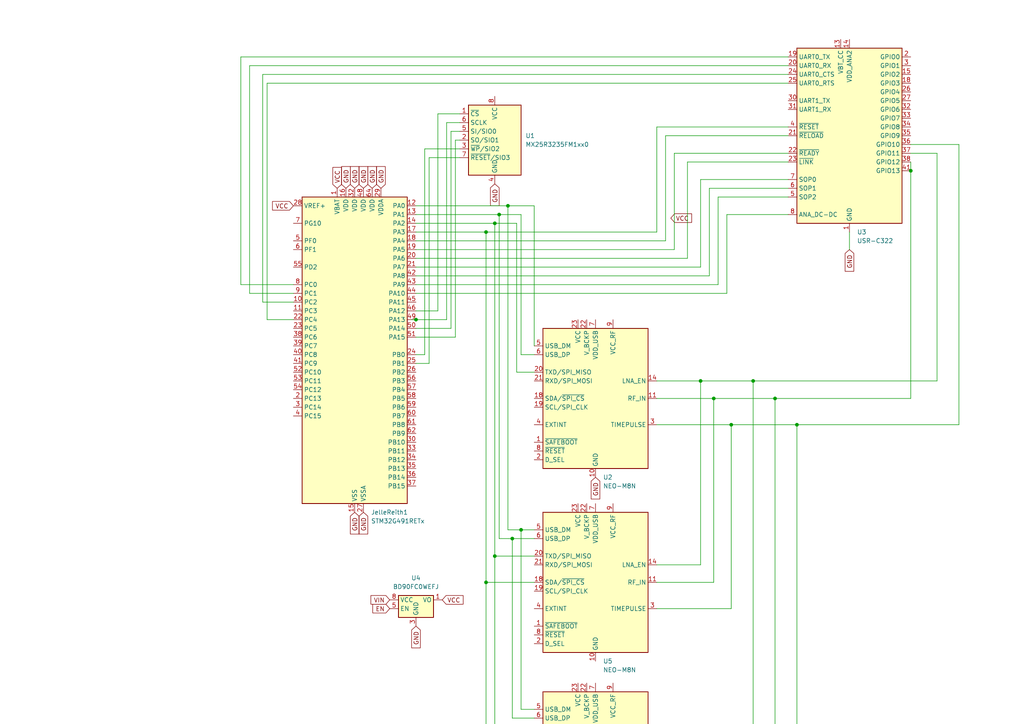
<source format=kicad_sch>
(kicad_sch (version 20230121) (generator eeschema)
  (paper "A4")
  (lib_symbols
    (symbol "MCU_ST_STM32G4:STM32G491RETx"
      (property "Reference" "U" (at -15.24 46.99 0))
      (property "Value" "STM32G491RETx" (at 10.16 46.99 0))
      (symbol "STM32G491RETx_0_1"
        (rectangle (start -15.24 -43.18) (end 15.24 45.72) (stroke (width 0.254)) (fill (type background)))
      )
      (symbol "STM32G491RETx_1_1"
        (pin power_in line (at -5.08 48.26 270) (length 2.54) (name "VBAT") (number "1"))
        (pin bidirectional line (at -17.78 15.24 0) (length 2.54) (name "PC2") (number "10"))
        (pin bidirectional line (at -17.78 12.7 0) (length 2.54) (name "PC3") (number "11"))
        (pin bidirectional line (at 17.78 43.18 180) (length 2.54) (name "PA0") (number "12"))
        (pin bidirectional line (at 17.78 40.64 180) (length 2.54) (name "PA1") (number "13"))
        (pin bidirectional line (at 17.78 38.1 180) (length 2.54) (name "PA2") (number "14"))
        (pin power_in line (at 0 -45.72 90) (length 2.54) (name "VSS") (number "15"))
        (pin power_in line (at -2.54 48.26 270) (length 2.54) (name "VDD") (number "16"))
        (pin bidirectional line (at 17.78 35.56 180) (length 2.54) (name "PA3") (number "17"))
        (pin bidirectional line (at 17.78 33.02 180) (length 2.54) (name "PA4") (number "18"))
        (pin bidirectional line (at 17.78 30.48 180) (length 2.54) (name "PA5") (number "19"))
        (pin bidirectional line (at -17.78 -12.7 0) (length 2.54) (name "PC13") (number "2"))
        (pin bidirectional line (at 17.78 27.94 180) (length 2.54) (name "PA6") (number "20"))
        (pin bidirectional line (at 17.78 25.4 180) (length 2.54) (name "PA7") (number "21"))
        (pin bidirectional line (at -17.78 10.16 0) (length 2.54) (name "PC4") (number "22"))
        (pin bidirectional line (at -17.78 7.62 0) (length 2.54) (name "PC5") (number "23"))
        (pin bidirectional line (at 17.78 0 180) (length 2.54) (name "PB0") (number "24"))
        (pin bidirectional line (at 17.78 -2.54 180) (length 2.54) (name "PB1") (number "25"))
        (pin bidirectional line (at 17.78 -5.08 180) (length 2.54) (name "PB2") (number "26"))
        (pin power_in line (at 2.54 -45.72 90) (length 2.54) (name "VSSA") (number "27"))
        (pin input line (at -17.78 43.18 0) (length 2.54) (name "VREF+") (number "28"))
        (pin power_in line (at 7.62 48.26 270) (length 2.54) (name "VDDA") (number "29"))
        (pin bidirectional line (at -17.78 -15.24 0) (length 2.54) (name "PC14") (number "3"))
        (pin bidirectional line (at 17.78 -25.4 180) (length 2.54) (name "PB10") (number "30"))
        (pin passive line (at 0 -45.72 90) (length 2.54) hide (name "VSS") (number "31"))
        (pin power_in line (at 0 48.26 270) (length 2.54) (name "VDD") (number "32"))
        (pin bidirectional line (at 17.78 -27.94 180) (length 2.54) (name "PB11") (number "33"))
        (pin bidirectional line (at 17.78 -30.48 180) (length 2.54) (name "PB12") (number "34"))
        (pin bidirectional line (at 17.78 -33.02 180) (length 2.54) (name "PB13") (number "35"))
        (pin bidirectional line (at 17.78 -35.56 180) (length 2.54) (name "PB14") (number "36"))
        (pin bidirectional line (at 17.78 -38.1 180) (length 2.54) (name "PB15") (number "37"))
        (pin bidirectional line (at -17.78 5.08 0) (length 2.54) (name "PC6") (number "38"))
        (pin bidirectional line (at -17.78 2.54 0) (length 2.54) (name "PC7") (number "39"))
        (pin bidirectional line (at -17.78 -17.78 0) (length 2.54) (name "PC15") (number "4"))
        (pin bidirectional line (at -17.78 0 0) (length 2.54) (name "PC8") (number "40"))
        (pin bidirectional line (at -17.78 -2.54 0) (length 2.54) (name "PC9") (number "41"))
        (pin bidirectional line (at 17.78 22.86 180) (length 2.54) (name "PA8") (number "42"))
        (pin bidirectional line (at 17.78 20.32 180) (length 2.54) (name "PA9") (number "43"))
        (pin bidirectional line (at 17.78 17.78 180) (length 2.54) (name "PA10") (number "44"))
        (pin bidirectional line (at 17.78 15.24 180) (length 2.54) (name "PA11") (number "45"))
        (pin bidirectional line (at 17.78 12.7 180) (length 2.54) (name "PA12") (number "46"))
        (pin passive line (at 0 -45.72 90) (length 2.54) hide (name "VSS") (number "47"))
        (pin power_in line (at 2.54 48.26 270) (length 2.54) (name "VDD") (number "48"))
        (pin bidirectional line (at 17.78 10.16 180) (length 2.54) (name "PA13") (number "49"))
        (pin bidirectional line (at -17.78 33.02 0) (length 2.54) (name "PF0") (number "5"))
        (pin bidirectional line (at 17.78 7.62 180) (length 2.54) (name "PA14") (number "50"))
        (pin bidirectional line (at 17.78 5.08 180) (length 2.54) (name "PA15") (number "51"))
        (pin bidirectional line (at -17.78 -5.08 0) (length 2.54) (name "PC10") (number "52"))
        (pin bidirectional line (at -17.78 -7.62 0) (length 2.54) (name "PC11") (number "53"))
        (pin bidirectional line (at -17.78 -10.16 0) (length 2.54) (name "PC12") (number "54"))
        (pin bidirectional line (at -17.78 25.4 0) (length 2.54) (name "PD2") (number "55"))
        (pin bidirectional line (at 17.78 -7.62 180) (length 2.54) (name "PB3") (number "56"))
        (pin bidirectional line (at 17.78 -10.16 180) (length 2.54) (name "PB4") (number "57"))
        (pin bidirectional line (at 17.78 -12.7 180) (length 2.54) (name "PB5") (number "58"))
        (pin bidirectional line (at 17.78 -15.24 180) (length 2.54) (name "PB6") (number "59"))
        (pin bidirectional line (at -17.78 30.48 0) (length 2.54) (name "PF1") (number "6"))
        (pin bidirectional line (at 17.78 -17.78 180) (length 2.54) (name "PB7") (number "60"))
        (pin bidirectional line (at 17.78 -20.32 180) (length 2.54) (name "PB8") (number "61"))
        (pin bidirectional line (at 17.78 -22.86 180) (length 2.54) (name "PB9") (number "62"))
        (pin passive line (at 0 -45.72 90) (length 2.54) hide (name "VSS") (number "63"))
        (pin power_in line (at 5.08 48.26 270) (length 2.54) (name "VDD") (number "64"))
        (pin bidirectional line (at -17.78 38.1 0) (length 2.54) (name "PG10") (number "7"))
        (pin bidirectional line (at -17.78 20.32 0) (length 2.54) (name "PC0") (number "8"))
        (pin bidirectional line (at -17.78 17.78 0) (length 2.54) (name "PC1") (number "9"))
      )
    )
    (symbol "Memory_Flash:MX25R3235FM1xx0"
      (property "Reference" "U" (at -6.35 11.43 0))
      (property "Value" "MX25R3235FM1xx0" (at 10.16 11.43 0))
      (symbol "MX25R3235FM1xx0_0_1"
        (rectangle (start -7.62 10.16) (end 7.62 -10.16) (stroke (width 0.254)) (fill (type background)))
      )
      (symbol "MX25R3235FM1xx0_1_1"
        (pin input line (at -10.16 7.62 0) (length 2.54) (name "~{CS}") (number "1"))
        (pin bidirectional line (at -10.16 0 0) (length 2.54) (name "SO/SIO1") (number "2"))
        (pin bidirectional line (at -10.16 -2.54 0) (length 2.54) (name "~{WP}/SIO2") (number "3"))
        (pin power_in line (at 0 -12.7 90) (length 2.54) (name "GND") (number "4"))
        (pin bidirectional line (at -10.16 2.54 0) (length 2.54) (name "SI/SIO0") (number "5"))
        (pin input line (at -10.16 5.08 0) (length 2.54) (name "SCLK") (number "6"))
        (pin bidirectional line (at -10.16 -5.08 0) (length 2.54) (name "~{RESET}/SIO3") (number "7"))
        (pin power_in line (at 0 12.7 270) (length 2.54) (name "VCC") (number "8"))
      )
    )
    (symbol "RF_GPS:NEO-M8N"
      (property "Reference" "U" (at -13.97 21.59 0))
      (property "Value" "NEO-M8N" (at 11.43 21.59 0))
      (symbol "NEO-M8N_0_1"
        (rectangle (start -15.24 20.32) (end 15.24 -20.32) (stroke (width 0.254)) (fill (type background)))
      )
      (symbol "NEO-M8N_1_1"
        (pin input line (at -17.78 -12.7 0) (length 2.54) (name "~{SAFEBOOT}") (number "1"))
        (pin power_in line (at 0 -22.86 90) (length 2.54) (name "GND") (number "10"))
        (pin input line (at 17.78 0 180) (length 2.54) (name "RF_IN") (number "11"))
        (pin passive line (at 0 -22.86 90) (length 2.54) hide (name "GND") (number "12"))
        (pin passive line (at 0 -22.86 90) (length 2.54) hide (name "GND") (number "13"))
        (pin output line (at 17.78 5.08 180) (length 2.54) (name "LNA_EN") (number "14"))
        (pin no_connect line (at 15.24 -10.16 180) (length 2.54) hide (name "RESERVED") (number "15"))
        (pin no_connect line (at 15.24 -12.7 180) (length 2.54) hide (name "RESERVED") (number "16"))
        (pin no_connect line (at 15.24 -15.24 180) (length 2.54) hide (name "RESERVED") (number "17"))
        (pin bidirectional line (at -17.78 0 0) (length 2.54) (name "SDA/~{SPI_CS}") (number "18"))
        (pin input line (at -17.78 -2.54 0) (length 2.54) (name "SCL/SPI_CLK") (number "19"))
        (pin input line (at -17.78 -17.78 0) (length 2.54) (name "D_SEL") (number "2"))
        (pin output line (at -17.78 7.62 0) (length 2.54) (name "TXD/SPI_MISO") (number "20"))
        (pin input line (at -17.78 5.08 0) (length 2.54) (name "RXD/SPI_MOSI") (number "21"))
        (pin power_in line (at -2.54 22.86 270) (length 2.54) (name "V_BCKP") (number "22"))
        (pin power_in line (at -5.08 22.86 270) (length 2.54) (name "VCC") (number "23"))
        (pin passive line (at 0 -22.86 90) (length 2.54) hide (name "GND") (number "24"))
        (pin output line (at 17.78 -7.62 180) (length 2.54) (name "TIMEPULSE") (number "3"))
        (pin input line (at -17.78 -7.62 0) (length 2.54) (name "EXTINT") (number "4"))
        (pin bidirectional line (at -17.78 15.24 0) (length 2.54) (name "USB_DM") (number "5"))
        (pin bidirectional line (at -17.78 12.7 0) (length 2.54) (name "USB_DP") (number "6"))
        (pin power_in line (at 0 22.86 270) (length 2.54) (name "VDD_USB") (number "7"))
        (pin input line (at -17.78 -15.24 0) (length 2.54) (name "~{RESET}") (number "8"))
        (pin power_out line (at 5.08 22.86 270) (length 2.54) (name "VCC_RF") (number "9"))
      )
    )
    (symbol "RF_WiFi:USR-C322"
      (property "Reference" "U" (at -15.24 27.94 0))
      (property "Value" "USR-C322" (at 10.16 27.94 0))
      (symbol "USR-C322_1_1"
        (rectangle (start -15.24 25.4) (end 15.24 -25.4) (stroke (width 0.254)) (fill (type background)))
        (pin power_in line (at 0 -27.94 90) (length 2.54) (name "GND") (number "1"))
        (pin no_connect line (at 15.24 -15.24 180) (length 2.54) hide (name "NC") (number "10"))
        (pin passive line (at 0 -27.94 90) (length 2.54) hide (name "GND") (number "11"))
        (pin passive line (at 0 -27.94 90) (length 2.54) hide (name "GND") (number "12"))
        (pin power_in line (at -2.54 27.94 270) (length 2.54) (name "VBT_CC") (number "13"))
        (pin power_in line (at 0 27.94 270) (length 2.54) (name "VDD_ANA2") (number "14"))
        (pin bidirectional line (at 17.78 17.78 180) (length 2.54) (name "GPIO2") (number "15"))
        (pin no_connect line (at 15.24 -17.78 180) (length 2.54) hide (name "NC") (number "16"))
        (pin passive line (at 0 -27.94 90) (length 2.54) hide (name "GND") (number "17"))
        (pin bidirectional line (at 17.78 15.24 180) (length 2.54) (name "GPIO3") (number "18"))
        (pin output line (at -17.78 22.86 0) (length 2.54) (name "UART0_TX") (number "19"))
        (pin bidirectional line (at 17.78 22.86 180) (length 2.54) (name "GPIO0") (number "2"))
        (pin input line (at -17.78 20.32 0) (length 2.54) (name "UART0_RX") (number "20"))
        (pin input line (at -17.78 0 0) (length 2.54) (name "~{RELOAD}") (number "21"))
        (pin open_collector line (at -17.78 -5.08 0) (length 2.54) (name "~{READY}") (number "22"))
        (pin open_collector line (at -17.78 -7.62 0) (length 2.54) (name "~{LINK}") (number "23"))
        (pin input line (at -17.78 17.78 0) (length 2.54) (name "UART0_CTS") (number "24"))
        (pin output line (at -17.78 15.24 0) (length 2.54) (name "UART0_RTS") (number "25"))
        (pin bidirectional line (at 17.78 12.7 180) (length 2.54) (name "GPIO4") (number "26"))
        (pin bidirectional line (at 17.78 10.16 180) (length 2.54) (name "GPIO5") (number "27"))
        (pin passive line (at 0 -27.94 90) (length 2.54) hide (name "GND") (number "28"))
        (pin passive line (at 0 -27.94 90) (length 2.54) hide (name "GND") (number "29"))
        (pin bidirectional line (at 17.78 20.32 180) (length 2.54) (name "GPIO1") (number "3"))
        (pin output line (at -17.78 10.16 0) (length 2.54) (name "UART1_TX") (number "30"))
        (pin input line (at -17.78 7.62 0) (length 2.54) (name "UART1_RX") (number "31"))
        (pin bidirectional line (at 17.78 7.62 180) (length 2.54) (name "GPIO6") (number "32"))
        (pin bidirectional line (at 17.78 5.08 180) (length 2.54) (name "GPIO7") (number "33"))
        (pin bidirectional line (at 17.78 2.54 180) (length 2.54) (name "GPIO8") (number "34"))
        (pin bidirectional line (at 17.78 0 180) (length 2.54) (name "GPIO9") (number "35"))
        (pin bidirectional line (at 17.78 -2.54 180) (length 2.54) (name "GPIO10") (number "36"))
        (pin bidirectional line (at 17.78 -5.08 180) (length 2.54) (name "GPIO11") (number "37"))
        (pin bidirectional line (at 17.78 -7.62 180) (length 2.54) (name "GPIO12") (number "38"))
        (pin no_connect line (at 15.24 -20.32 180) (length 2.54) hide (name "NC") (number "39"))
        (pin input line (at -17.78 2.54 0) (length 2.54) (name "~{RESET}") (number "4"))
        (pin no_connect line (at 15.24 -22.86 180) (length 2.54) hide (name "NC") (number "40"))
        (pin bidirectional line (at 17.78 -10.16 180) (length 2.54) (name "GPIO13") (number "41"))
        (pin no_connect line (at 7.62 -25.4 90) (length 2.54) hide (name "NC") (number "42"))
        (pin no_connect line (at 5.08 -25.4 90) (length 2.54) hide (name "NC") (number "43"))
        (pin passive line (at 0 -27.94 90) (length 2.54) hide (name "GND") (number "44"))
        (pin passive line (at -17.78 -17.78 0) (length 2.54) (name "SOP2") (number "5"))
        (pin passive line (at -17.78 -15.24 0) (length 2.54) (name "SOP1") (number "6"))
        (pin passive line (at -17.78 -12.7 0) (length 2.54) (name "SOP0") (number "7"))
        (pin passive line (at -17.78 -22.86 0) (length 2.54) (name "ANA_DC-DC") (number "8"))
        (pin no_connect line (at 15.24 -12.7 180) (length 2.54) hide (name "NC") (number "9"))
      )
    )
    (symbol "Regulator_Linear:BD90FC0WEFJ"
      (property "Reference" "U" (at 0 7.62 0))
      (property "Value" "BD90FC0WEFJ" (at 0 5.08 0))
      (symbol "BD90FC0WEFJ_1_1"
        (rectangle (start -5.08 -5.08) (end 5.08 1.27) (stroke (width 0.254)) (fill (type background)))
        (pin power_out line (at 7.62 0 180) (length 2.54) (name "VO") (number "1"))
        (pin no_connect line (at 5.08 -2.54 180) (length 2.54) hide (name "NC") (number "2"))
        (pin power_in line (at 0 -7.62 90) (length 2.54) (name "GND") (number "3"))
        (pin no_connect line (at -3.81 -5.08 90) (length 2.54) hide (name "NC") (number "4"))
        (pin input line (at -7.62 -2.54 0) (length 2.54) (name "EN") (number "5"))
        (pin no_connect line (at -2.54 -5.08 90) (length 2.54) hide (name "NC") (number "6"))
        (pin no_connect line (at -1.27 -5.08 90) (length 2.54) hide (name "NC") (number "7"))
        (pin power_in line (at -7.62 0 0) (length 2.54) (name "VCC") (number "8"))
        (pin passive line (at 0 -7.62 90) (length 2.54) hide (name "GND") (number "9"))
      )
    )
  )
  (junction (at 143.51 161.29))
  (junction (at 147.32 59.69))
  (junction (at 148.59 156.21))
  (junction (at 218.44 110.49))
  (junction (at 140.97 67.31))
  (junction (at 231.14 123.19))
  (junction (at 203.2 110.49))
  (junction (at 207.01 115.57))
  (junction (at 144.78 62.23))
  (junction (at 140.97 168.91))
  (junction (at 224.79 115.57))
  (junction (at 151.13 153.67))
  (junction (at 212.09 123.19))
  (junction (at 143.51 64.77))
  (junction (at 120.65 92.71))
  (junction (at 264.16 49.53))
  (wire (pts (xy 154.94 208.28) (xy 148.59 208.28)))
  (wire (pts (xy 144.78 62.23) (xy 151.13 62.23)))
  (wire (pts (xy 149.86 64.77) (xy 143.51 64.77)))
  (wire (pts (xy 140.97 215.9) (xy 154.94 215.9)))
  (wire (pts (xy 140.97 67.31) (xy 120.65 67.31)))
  (wire (pts (xy 120.65 105.41) (xy 124.46 105.41)))
  (wire (pts (xy 210.82 85.09) (xy 210.82 62.23)))
  (wire (pts (xy 203.2 110.49) (xy 218.44 110.49)))
  (wire (pts (xy 148.59 156.21) (xy 154.94 156.21)))
  (wire (pts (xy 133.35 33.02) (xy 127 33.02)))
  (wire (pts (xy 140.97 168.91) (xy 154.94 168.91)))
  (wire (pts (xy 143.51 64.77) (xy 120.65 64.77)))
  (wire (pts (xy 120.65 74.93) (xy 199.39 74.93)))
  (wire (pts (xy 190.5 36.83) (xy 190.5 67.31)))
  (wire (pts (xy 264.16 46.99) (xy 264.16 49.53)))
  (wire (pts (xy 228.6 36.83) (xy 190.5 36.83)))
  (wire (pts (xy 120.65 62.23) (xy 144.78 62.23)))
  (wire (pts (xy 143.51 161.29) (xy 143.51 64.77)))
  (wire (pts (xy 124.46 45.72) (xy 133.35 45.72)))
  (wire (pts (xy 228.6 24.13) (xy 77.47 24.13)))
  (wire (pts (xy 127 33.02) (xy 127 90.17)))
  (wire (pts (xy 224.79 220.98) (xy 224.79 115.57)))
  (wire (pts (xy 85.09 87.63) (xy 76.2 87.63)))
  (wire (pts (xy 120.65 69.85) (xy 193.04 69.85)))
  (wire (pts (xy 208.28 57.15) (xy 208.28 82.55)))
  (wire (pts (xy 207.01 115.57) (xy 190.5 115.57)))
  (wire (pts (xy 212.09 123.19) (xy 190.5 123.19)))
  (wire (pts (xy 76.2 87.63) (xy 76.2 21.59)))
  (wire (pts (xy 120.65 59.69) (xy 147.32 59.69)))
  (wire (pts (xy 130.81 38.1) (xy 130.81 95.25)))
  (wire (pts (xy 69.85 16.51) (xy 69.85 82.55)))
  (wire (pts (xy 205.74 54.61) (xy 228.6 54.61)))
  (wire (pts (xy 228.6 19.05) (xy 72.39 19.05)))
  (wire (pts (xy 264.16 41.91) (xy 278.13 41.91)))
  (wire (pts (xy 228.6 57.15) (xy 208.28 57.15)))
  (wire (pts (xy 151.13 62.23) (xy 151.13 102.87)))
  (wire (pts (xy 231.14 228.6) (xy 231.14 123.19)))
  (wire (pts (xy 203.2 52.07) (xy 203.2 77.47)))
  (wire (pts (xy 228.6 44.45) (xy 195.58 44.45)))
  (wire (pts (xy 246.38 72.39) (xy 246.38 67.31)))
  (wire (pts (xy 129.54 35.56) (xy 133.35 35.56)))
  (wire (pts (xy 119.38 92.71) (xy 120.65 92.71)))
  (wire (pts (xy 218.44 110.49) (xy 271.78 110.49)))
  (wire (pts (xy 210.82 62.23) (xy 228.6 62.23)))
  (wire (pts (xy 190.5 67.31) (xy 140.97 67.31)))
  (wire (pts (xy 278.13 41.91) (xy 278.13 123.19)))
  (wire (pts (xy 190.5 215.9) (xy 218.44 215.9)))
  (wire (pts (xy 151.13 102.87) (xy 154.94 102.87)))
  (wire (pts (xy 212.09 176.53) (xy 212.09 123.19)))
  (wire (pts (xy 140.97 168.91) (xy 140.97 215.9)))
  (wire (pts (xy 123.19 43.18) (xy 123.19 102.87)))
  (wire (pts (xy 199.39 46.99) (xy 228.6 46.99)))
  (wire (pts (xy 147.32 153.67) (xy 147.32 59.69)))
  (wire (pts (xy 144.78 156.21) (xy 148.59 156.21)))
  (wire (pts (xy 190.5 220.98) (xy 224.79 220.98)))
  (wire (pts (xy 147.32 59.69) (xy 154.94 59.69)))
  (wire (pts (xy 76.2 21.59) (xy 228.6 21.59)))
  (wire (pts (xy 190.5 176.53) (xy 212.09 176.53)))
  (wire (pts (xy 154.94 107.95) (xy 149.86 107.95)))
  (wire (pts (xy 271.78 44.45) (xy 264.16 44.45)))
  (wire (pts (xy 154.94 161.29) (xy 143.51 161.29)))
  (wire (pts (xy 129.54 92.71) (xy 129.54 35.56)))
  (wire (pts (xy 148.59 208.28) (xy 148.59 156.21)))
  (wire (pts (xy 190.5 168.91) (xy 207.01 168.91)))
  (wire (pts (xy 120.65 97.79) (xy 132.08 97.79)))
  (wire (pts (xy 205.74 80.01) (xy 205.74 54.61)))
  (wire (pts (xy 193.04 39.37) (xy 228.6 39.37)))
  (wire (pts (xy 143.51 161.29) (xy 143.51 213.36)))
  (wire (pts (xy 224.79 115.57) (xy 207.01 115.57)))
  (wire (pts (xy 144.78 62.23) (xy 144.78 156.21)))
  (wire (pts (xy 231.14 123.19) (xy 212.09 123.19)))
  (wire (pts (xy 208.28 82.55) (xy 120.65 82.55)))
  (wire (pts (xy 193.04 69.85) (xy 193.04 39.37)))
  (wire (pts (xy 190.5 163.83) (xy 203.2 163.83)))
  (wire (pts (xy 120.65 85.09) (xy 210.82 85.09)))
  (wire (pts (xy 132.08 97.79) (xy 132.08 40.64)))
  (wire (pts (xy 271.78 110.49) (xy 271.78 44.45)))
  (wire (pts (xy 199.39 74.93) (xy 199.39 46.99)))
  (wire (pts (xy 218.44 215.9) (xy 218.44 110.49)))
  (wire (pts (xy 190.5 110.49) (xy 203.2 110.49)))
  (wire (pts (xy 69.85 82.55) (xy 85.09 82.55)))
  (wire (pts (xy 127 90.17) (xy 120.65 90.17)))
  (wire (pts (xy 72.39 19.05) (xy 72.39 85.09)))
  (wire (pts (xy 120.65 72.39) (xy 195.58 72.39)))
  (wire (pts (xy 203.2 77.47) (xy 120.65 77.47)))
  (wire (pts (xy 154.94 205.74) (xy 151.13 205.74)))
  (wire (pts (xy 77.47 24.13) (xy 77.47 92.71)))
  (wire (pts (xy 207.01 168.91) (xy 207.01 115.57)))
  (wire (pts (xy 190.5 228.6) (xy 231.14 228.6)))
  (wire (pts (xy 72.39 85.09) (xy 85.09 85.09)))
  (wire (pts (xy 149.86 107.95) (xy 149.86 64.77)))
  (wire (pts (xy 133.35 43.18) (xy 123.19 43.18)))
  (wire (pts (xy 143.51 213.36) (xy 154.94 213.36)))
  (wire (pts (xy 130.81 95.25) (xy 120.65 95.25)))
  (wire (pts (xy 154.94 59.69) (xy 154.94 100.33)))
  (wire (pts (xy 120.65 92.71) (xy 129.54 92.71)))
  (wire (pts (xy 151.13 205.74) (xy 151.13 153.67)))
  (wire (pts (xy 120.65 80.01) (xy 205.74 80.01)))
  (wire (pts (xy 264.16 115.57) (xy 224.79 115.57)))
  (wire (pts (xy 77.47 92.71) (xy 85.09 92.71)))
  (wire (pts (xy 133.35 38.1) (xy 130.81 38.1)))
  (wire (pts (xy 123.19 102.87) (xy 120.65 102.87)))
  (wire (pts (xy 140.97 67.31) (xy 140.97 168.91)))
  (wire (pts (xy 132.08 40.64) (xy 133.35 40.64)))
  (wire (pts (xy 228.6 16.51) (xy 69.85 16.51)))
  (wire (pts (xy 195.58 44.45) (xy 195.58 72.39)))
  (wire (pts (xy 278.13 123.19) (xy 231.14 123.19)))
  (wire (pts (xy 264.16 49.53) (xy 264.16 115.57)))
  (wire (pts (xy 151.13 153.67) (xy 147.32 153.67)))
  (wire (pts (xy 228.6 52.07) (xy 203.2 52.07)))
  (wire (pts (xy 203.2 163.83) (xy 203.2 110.49)))
  (wire (pts (xy 124.46 105.41) (xy 124.46 45.72)))
  (wire (pts (xy 154.94 153.67) (xy 151.13 153.67)))
  (global_label "GND" (shape input) (at 105.41 148.59 270) (property "Intersheetrefs" "${INTERSHEET_REFS}" (effects hide)))
  (global_label "GND" (shape input) (at 143.51 53.34 270) (property "Intersheetrefs" "${INTERSHEET_REFS}" (effects hide)))
  (global_label "VCC" (shape input) (at 194.5532 63.2633 0) (property "Intersheetrefs" "${INTERSHEET_REFS}" (effects hide)))
  (global_label "GND" (shape input) (at 107.95 54.61 90) (property "Intersheetrefs" "${INTERSHEET_REFS}" (effects hide)))
  (global_label "VCC" (shape input) (at 97.79 54.61 90) (property "Intersheetrefs" "${INTERSHEET_REFS}" (effects hide)))
  (global_label "GND" (shape input) (at 100.33 54.61 90) (property "Intersheetrefs" "${INTERSHEET_REFS}" (effects hide)))
  (global_label "GND" (shape input) (at 172.72 138.43 270) (property "Intersheetrefs" "${INTERSHEET_REFS}" (effects hide)))
  (global_label "GND" (shape input) (at 120.65 181.61 270) (property "Intersheetrefs" "${INTERSHEET_REFS}" (effects hide)))
  (global_label "GND" (shape input) (at 102.87 148.59 270) (property "Intersheetrefs" "${INTERSHEET_REFS}" (effects hide)))
  (global_label "VCC" (shape input) (at 128.27 173.99 0) (property "Intersheetrefs" "${INTERSHEET_REFS}" (effects hide)))
  (global_label "GND" (shape input) (at 110.49 54.61 90) (property "Intersheetrefs" "${INTERSHEET_REFS}" (effects hide)))
  (global_label "GND" (shape input) (at 102.87 54.61 90) (property "Intersheetrefs" "${INTERSHEET_REFS}" (effects hide)))
  (global_label "VIN" (shape input) (at 113.03 173.99 180) (property "Intersheetrefs" "${INTERSHEET_REFS}" (effects hide)))
  (global_label "GND" (shape input) (at 105.41 54.61 90) (property "Intersheetrefs" "${INTERSHEET_REFS}" (effects hide)))
  (global_label "GND" (shape input) (at 246.38 72.39 270) (property "Intersheetrefs" "${INTERSHEET_REFS}" (effects hide)))
  (global_label "EN" (shape input) (at 113.03 176.53 180) (property "Intersheetrefs" "${INTERSHEET_REFS}" (effects hide)))
  (global_label "VCC" (shape input) (at 85.09 59.69 180) (property "Intersheetrefs" "${INTERSHEET_REFS}" (effects hide)))
  (symbol (lib_id "RF_GPS:NEO-M8N") (at 172.72 220.98 0) (unit 1)
    (property "Reference" "U6" (at 174.9141 243.84 0) (effects (justify left)))
    (property "Value" "NEO-M8N" (at 174.9141 246.38 0) (effects (justify left)))
    (property "Footprint" "RF_GPS:ublox_NEO" (effects hide))
    (property "Datasheet" "https://content.u-blox.com/sites/default/files/NEO-M8-FW3_DataSheet_UBX-15031086.pdf" (effects hide))
  )
  (symbol (lib_id "MCU_ST_STM32G4:STM32G491RETx") (at 102.87 102.87 0) (unit 1)
    (property "Reference" "JelleReith1" (at 107.6041 148.59 0) (effects (justify left)))
    (property "Value" "STM32G491RETx" (at 107.6041 151.13 0) (effects (justify left)))
    (property "Footprint" "Package_QFP:LQFP-64_10x10mm_P0.5mm" (effects hide))
    (property "Datasheet" "https://www.st.com/resource/en/datasheet/stm32g491re.pdf" (effects hide))
  )
  (symbol (lib_id "RF_WiFi:USR-C322") (at 246.38 39.37 0) (unit 1)
    (property "Reference" "U3" (at 248.5741 67.31 0) (effects (justify left)))
    (property "Value" "USR-C322" (at 248.5741 69.85 0) (effects (justify left)))
    (property "Footprint" "RF_WiFi:USR-C322" (effects hide))
    (property "Datasheet" "https://www.usriot.com/download/WIFI/USR-C322%20User%20Manual%20V2.3.pdf" (effects hide))
  )
  (symbol (lib_id "RF_GPS:NEO-M8N") (at 172.72 168.91 0) (unit 1)
    (property "Reference" "U5" (at 174.9141 191.77 0) (effects (justify left)))
    (property "Value" "NEO-M8N" (at 174.9141 194.31 0) (effects (justify left)))
    (property "Footprint" "RF_GPS:ublox_NEO" (effects hide))
    (property "Datasheet" "https://content.u-blox.com/sites/default/files/NEO-M8-FW3_DataSheet_UBX-15031086.pdf" (effects hide))
  )
  (symbol (lib_id "Memory_Flash:MX25R3235FM1xx0") (at 143.51 40.64 0) (unit 1)
    (property "Reference" "U1" (at 152.4 39.37 0) (effects (justify left)))
    (property "Value" "MX25R3235FM1xx0" (at 152.4 41.91 0) (effects (justify left)))
    (property "Footprint" "Package_SO:SOIC-28W_8.7x18.25mm_P1.27mm" (effects hide))
    (property "Datasheet" "http://www.macronix.com/Lists/Datasheet/Attachments/7534/MX25R3235F,%20Wide%20Range,%2032Mb,%20v1.6.pdf" (effects hide))
  )
  (symbol (lib_id "RF_GPS:NEO-M8N") (at 172.72 115.57 0) (unit 1)
    (property "Reference" "U2" (at 174.9141 138.43 0) (effects (justify left)))
    (property "Value" "NEO-M8N" (at 174.9141 140.97 0) (effects (justify left)))
    (property "Footprint" "RF_GPS:ublox_NEO" (effects hide))
    (property "Datasheet" "https://content.u-blox.com/sites/default/files/NEO-M8-FW3_DataSheet_UBX-15031086.pdf" (effects hide))
  )
  (symbol (lib_id "Regulator_Linear:BD90FC0WEFJ") (at 120.65 173.99 0) (unit 1)
    (property "Reference" "U4" (at 120.65 167.64 0))
    (property "Value" "BD90FC0WEFJ" (at 120.65 170.18 0))
    (property "Footprint" "Package_SO:HTSOP-8-1EP_3.9x4.9mm_P1.27mm_EP2.4x3.2mm" (effects hide))
    (property "Datasheet" "https://fscdn.rohm.com/en/products/databook/datasheet/ic/power/linear_regulator/bdxxfc0wefj-e.pdf" (effects hide))
  )
)
</source>
